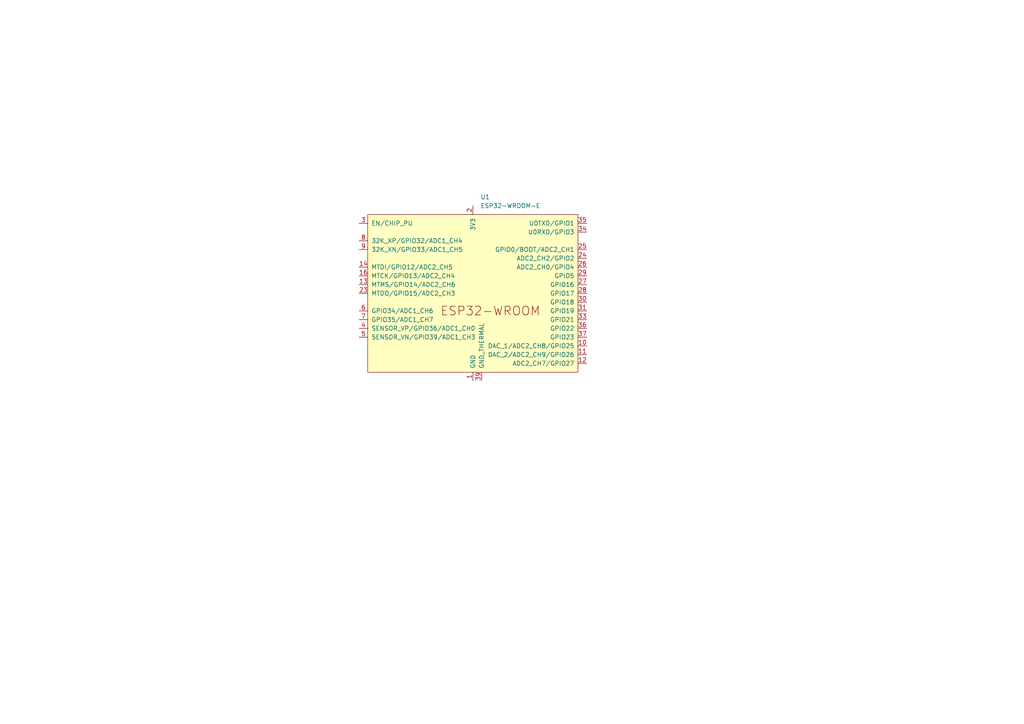
<source format=kicad_sch>
(kicad_sch (version 20231120) (generator "eeschema") (generator_version "8.0")
  (paper "A4")
  (lib_symbols
    (symbol "PCM_Espressif:ESP32-WROOM-E" (pin_names (offset 1.016))
      (property "Reference" "U" (at -30.48 27.94 0))
      (property "Value" "ESP32-WROOM-E" (at -30.48 25.4 0))
      (symbol "ESP32-WROOM-E_0_1"
        (rectangle (start -30.48 22.86) (end 30.48 -22.86) (fill (type background)))
      )
      (symbol "ESP32-WROOM-E_1_1"
        (text "ESP32-­WROOM­" (at 5.08 -5.08 0) (effects (font (size 2.54 2.54))))
        (pin power_in line (at 0 -25.4 90) (length 2.54) (name "GND") (number "1"))
        (pin bidirectional line (at 33.02 -15.24 180) (length 2.54) (name "DAC_1/ADC2_CH8/GPIO25") (number "10"))
        (pin bidirectional line (at 33.02 -17.78 180) (length 2.54) (name "DAC_2/ADC2_CH9/GPIO26") (number "11"))
        (pin bidirectional line (at 33.02 -20.32 180) (length 2.54) (name "ADC2_CH7/GPIO27") (number "12"))
        (pin bidirectional line (at -33.02 2.54 0) (length 2.54) (name "MTMS/GPIO14/ADC2_CH6") (number "13"))
        (pin bidirectional line (at -33.02 7.62 0) (length 2.54) (name "MTDI/GPIO12/ADC2_CH5") (number "14"))
        (pin passive line (at 0 -25.4 90) (length 2.54) hide (name "GND") (number "15"))
        (pin bidirectional line (at -33.02 5.08 0) (length 2.54) (name "MTCK/GPIO13/ADC2_CH4") (number "16"))
        (pin power_in line (at 0 25.4 270) (length 2.54) (name "3V3") (number "2"))
        (pin bidirectional line (at -33.02 0 0) (length 2.54) (name "MTDO/GPIO15/ADC2_CH3") (number "23"))
        (pin bidirectional line (at 33.02 10.16 180) (length 2.54) (name "ADC2_CH2/GPIO2") (number "24"))
        (pin bidirectional line (at 33.02 12.7 180) (length 2.54) (name "GPIO0/BOOT/ADC2_CH1") (number "25"))
        (pin bidirectional line (at 33.02 7.62 180) (length 2.54) (name "ADC2_CH0/GPIO4") (number "26"))
        (pin bidirectional line (at 33.02 2.54 180) (length 2.54) (name "GPIO16") (number "27"))
        (pin bidirectional line (at 33.02 0 180) (length 2.54) (name "GPIO17") (number "28"))
        (pin bidirectional line (at 33.02 5.08 180) (length 2.54) (name "GPIO5") (number "29"))
        (pin input line (at -33.02 20.32 0) (length 2.54) (name "EN/CHIP_PU") (number "3"))
        (pin bidirectional line (at 33.02 -2.54 180) (length 2.54) (name "GPIO18") (number "30"))
        (pin bidirectional line (at 33.02 -5.08 180) (length 2.54) (name "GPIO19") (number "31"))
        (pin bidirectional line (at 33.02 -7.62 180) (length 2.54) (name "GPIO21") (number "33"))
        (pin bidirectional line (at 33.02 17.78 180) (length 2.54) (name "U0RXD/GPIO3") (number "34"))
        (pin bidirectional line (at 33.02 20.32 180) (length 2.54) (name "U0TXD/GPIO1") (number "35"))
        (pin bidirectional line (at 33.02 -10.16 180) (length 2.54) (name "GPIO22") (number "36"))
        (pin bidirectional line (at 33.02 -12.7 180) (length 2.54) (name "GPIO23") (number "37"))
        (pin passive line (at 0 -25.4 90) (length 2.54) hide (name "GND") (number "38"))
        (pin power_in line (at 2.54 -25.4 90) (length 2.54) (name "GND_THERMAL") (number "39"))
        (pin input line (at -33.02 -10.16 0) (length 2.54) (name "SENSOR_VP/GPIO36/ADC1_CH0") (number "4"))
        (pin input line (at -33.02 -12.7 0) (length 2.54) (name "SENSOR_VN/GPIO39/ADC1_CH3") (number "5"))
        (pin input line (at -33.02 -5.08 0) (length 2.54) (name "GPIO34/ADC1_CH6") (number "6"))
        (pin input line (at -33.02 -7.62 0) (length 2.54) (name "GPIO35/ADC1_CH7") (number "7"))
        (pin bidirectional line (at -33.02 15.24 0) (length 2.54) (name "32K_XP/GPIO32/ADC1_CH4") (number "8"))
        (pin bidirectional line (at -33.02 12.7 0) (length 2.54) (name "32K_XN/GPIO33/ADC1_CH5") (number "9"))
      )
    )
  )
  (symbol (lib_id "PCM_Espressif:ESP32-WROOM-E") (at 137.16 85.09 0) (unit 1)
    (property "Reference" "U1" (at 139.3541 57.15 0) (effects (justify left)))
    (property "Value" "ESP32-WROOM-E" (at 139.3541 59.69 0) (effects (justify left)))
    (property "Footprint" "PCM_Espressif:ESP32-WROOM-32E" (effects (hide yes)))
    (property "Datasheet" "https://www.espressif.com/sites/default/files/documentation/esp32-wroom-32e_esp32-wroom-32ue_datasheet_en.pdf" (effects (hide yes)))
    (property "Description" "ESP32-WROOM-32E integrates ESP32-D0WD-V3, with higher stability and safety performance." (effects (hide yes)))
  )
)
</source>
